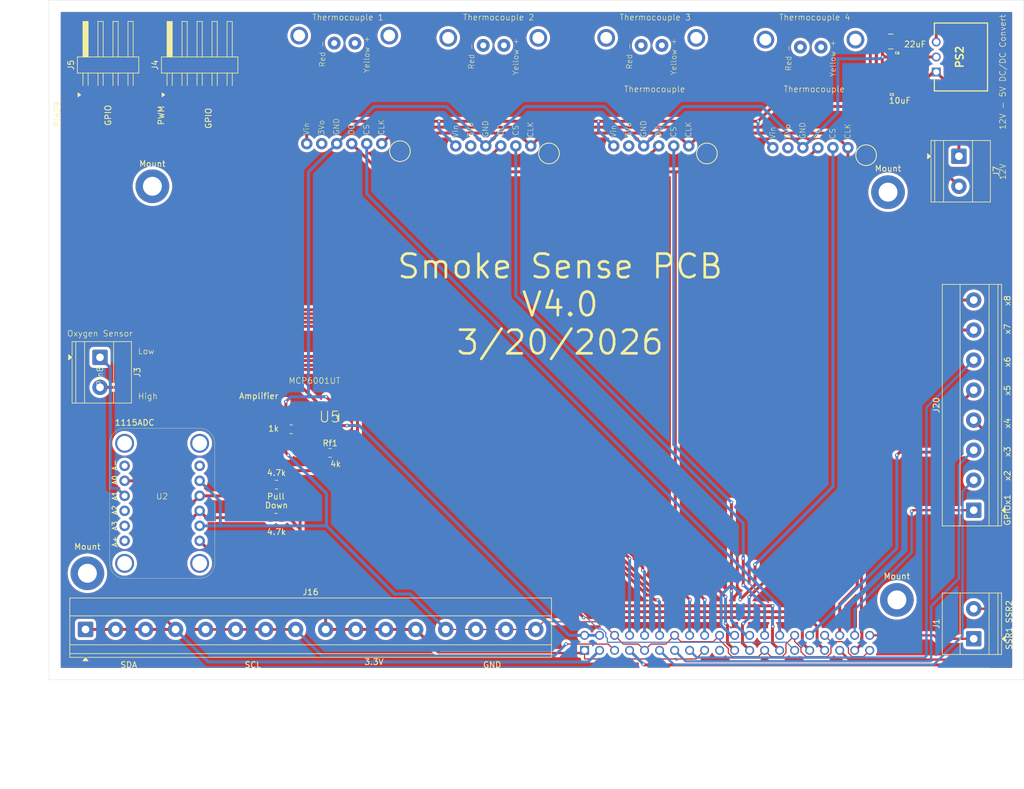
<source format=kicad_pcb>
(kicad_pcb
	(version 20241229)
	(generator "pcbnew")
	(generator_version "9.0")
	(general
		(thickness 1.6)
		(legacy_teardrops no)
	)
	(paper "User" 185 135)
	(title_block
		(title "Smoker PCB")
		(date "2026-03-10")
		(rev "V2.2")
		(company "Smoke Sense")
	)
	(layers
		(0 "F.Cu" signal)
		(2 "B.Cu" signal)
		(9 "F.Adhes" user "F.Adhesive")
		(11 "B.Adhes" user "B.Adhesive")
		(13 "F.Paste" user)
		(15 "B.Paste" user)
		(5 "F.SilkS" user "F.Silkscreen")
		(7 "B.SilkS" user "B.Silkscreen")
		(1 "F.Mask" user)
		(3 "B.Mask" user)
		(17 "Dwgs.User" user "User.Drawings")
		(19 "Cmts.User" user "User.Comments")
		(21 "Eco1.User" user "User.Eco1")
		(23 "Eco2.User" user "User.Eco2")
		(25 "Edge.Cuts" user)
		(27 "Margin" user)
		(31 "F.CrtYd" user "F.Courtyard")
		(29 "B.CrtYd" user "B.Courtyard")
		(35 "F.Fab" user)
		(33 "B.Fab" user)
		(39 "User.1" user)
		(41 "User.2" user)
		(43 "User.3" user)
		(45 "User.4" user)
	)
	(setup
		(pad_to_mask_clearance 0)
		(allow_soldermask_bridges_in_footprints no)
		(tenting front back)
		(pcbplotparams
			(layerselection 0x00000000_00000000_55555555_5755f5ff)
			(plot_on_all_layers_selection 0x00000000_00000000_00000000_00000000)
			(disableapertmacros no)
			(usegerberextensions no)
			(usegerberattributes yes)
			(usegerberadvancedattributes yes)
			(creategerberjobfile yes)
			(dashed_line_dash_ratio 12.000000)
			(dashed_line_gap_ratio 3.000000)
			(svgprecision 4)
			(plotframeref no)
			(mode 1)
			(useauxorigin no)
			(hpglpennumber 1)
			(hpglpenspeed 20)
			(hpglpendiameter 15.000000)
			(pdf_front_fp_property_popups yes)
			(pdf_back_fp_property_popups yes)
			(pdf_metadata yes)
			(pdf_single_document no)
			(dxfpolygonmode yes)
			(dxfimperialunits yes)
			(dxfusepcbnewfont yes)
			(psnegative no)
			(psa4output no)
			(plot_black_and_white yes)
			(sketchpadsonfab no)
			(plotpadnumbers no)
			(hidednponfab no)
			(sketchdnponfab yes)
			(crossoutdnponfab yes)
			(subtractmaskfromsilk no)
			(outputformat 1)
			(mirror no)
			(drillshape 1)
			(scaleselection 1)
			(outputdirectory "")
		)
	)
	(net 0 "")
	(net 1 "GND")
	(net 2 "/CS1")
	(net 3 "3V3")
	(net 4 "/CS2")
	(net 5 "/SCK")
	(net 6 "/SCL")
	(net 7 "/SDA")
	(net 8 "unconnected-(U2-ALERT-Pad6)")
	(net 9 "/CS3")
	(net 10 "/CS4")
	(net 11 "5V")
	(net 12 "/SO")
	(net 13 "Net-(J3-Pin_2)")
	(net 14 "unconnected-(U3-GPIO10{slash}SPI_MOSI-Pad19)")
	(net 15 "Net-(J7-Pin_1)")
	(net 16 "Net-(U2-A0)")
	(net 17 "Net-(U5-VIN-)")
	(net 18 "/Signal Low")
	(net 19 "Net-(J4-Pin_2)")
	(net 20 "Net-(J4-Pin_1)")
	(net 21 "Net-(J4-Pin_4)")
	(net 22 "Net-(J4-Pin_3)")
	(net 23 "Net-(J4-Pin_5)")
	(net 24 "Net-(J5-Pin_1)")
	(net 25 "Net-(J5-Pin_4)")
	(net 26 "Net-(J5-Pin_3)")
	(net 27 "Net-(J5-Pin_2)")
	(net 28 "Net-(IC1-VCC)")
	(net 29 "unconnected-(U2-ALERT-Pad6)_1")
	(net 30 "Net-(J20-Pin_7)")
	(net 31 "Net-(J20-Pin_2)")
	(net 32 "Net-(J20-Pin_5)")
	(net 33 "Net-(J20-Pin_8)")
	(net 34 "Net-(J20-Pin_4)")
	(net 35 "Net-(J20-Pin_6)")
	(net 36 "Net-(J20-Pin_3)")
	(net 37 "Net-(J1-Pin_2)")
	(net 38 "Net-(J1-Pin_1)")
	(net 39 "Net-(J20-Pin_1)")
	(footprint "CL32B226MOJNNNE:CAPC3225X270N" (layer "F.Cu") (at 152.46 17 180))
	(footprint "MountingHole:MountingHole_3.2mm_M3_ISO7380_Pad" (layer "F.Cu") (at 153.5 111.5))
	(footprint "Adafruit_MAX31855 v2:Max31855_Module" (layer "F.Cu") (at 70.617 41.945626))
	(footprint "TerminalBlock_Phoenix:TerminalBlock_Phoenix_MKDS-1,5-2-5.08_1x02_P5.08mm_Horizontal" (layer "F.Cu") (at 166.5 118.08 90))
	(footprint "Adafruit_MAX31855 v2:Max31855_Module" (layer "F.Cu") (at 124.290446 42.24066))
	(footprint "Connector_Harwin:Harwin_M20-89005xx_1x05_P2.54mm_Horizontal" (layer "F.Cu") (at 35.5 20.5 90))
	(footprint "Resistor_SMD:R_0805_2012Metric" (layer "F.Cu") (at 51 82.6284))
	(footprint "MountingHole:MountingHole_3.2mm_M3_ISO7380_Pad" (layer "F.Cu") (at 27.5 41.5))
	(footprint "MountingHole:MountingHole_3.2mm_M3_ISO7380_Pad" (layer "F.Cu") (at 152 42.5))
	(footprint "MountingHole:MountingHole_3.2mm_M3_ISO7380_Pad" (layer "F.Cu") (at 16.5 107))
	(footprint "TerminalBlock_Phoenix:TerminalBlock_Phoenix_MKDS-1,5-16-5.08_1x16_P5.08mm_Horizontal" (layer "F.Cu") (at 16.18 116.5))
	(footprint "N7803-1C:N78031C" (layer "F.Cu") (at 160.16 22.16 90))
	(footprint "MCP6001:SOT95P270X145-5N" (layer "F.Cu") (at 57.5 80.6284 -90))
	(footprint "Adafruit_MAX31855 v2:Max31855_Module" (layer "F.Cu") (at 45.394451 41.563451))
	(footprint "Resistor_SMD:R_0805_2012Metric" (layer "F.Cu") (at 48.4125 97.5875 180))
	(footprint "TerminalBlock_Phoenix:TerminalBlock_Phoenix_MKDS-1,5-2-5.08_1x02_P5.08mm_Horizontal" (layer "F.Cu") (at 18.6325 70.455 -90))
	(footprint "Custom:ADS1115" (layer "F.Cu") (at 29.133 94.487))
	(footprint "GRM21BR61H106KE43L:CAPC2012X145N" (layer "F.Cu") (at 152.16 24.66 180))
	(footprint "Resistor_SMD:R_0805_2012Metric" (layer "F.Cu") (at 57.5875 86.6284))
	(footprint "TerminalBlock_Phoenix:TerminalBlock_Phoenix_MKDS-1,5-2-5.08_1x02_P5.08mm_Horizontal" (layer "F.Cu") (at 164 36.42 -90))
	(footprint "Connector_Harwin:Harwin_M20-89004xx_1x04_P2.54mm_Horizontal" (layer "F.Cu") (at 20 20.5 90))
	(footprint "TerminalBlock_Phoenix:TerminalBlock_Phoenix_MKDS-1,5-8-5.08_1x08_P5.08mm_Horizontal" (layer "F.Cu") (at 166.5 96.32 90))
	(footprint "RASPBERRY_PI_4B_4GB:MODULE_RASPBERRY_PI_4B_4GB" (layer "F.Cu") (at 134.77 143.27))
	(footprint "Resistor_SMD:R_0805_2012Metric" (layer "F.Cu") (at 48.5 92 180))
	(footprint "Adafruit_MAX31855 v2:Max31855_Module"
		(layer "F.Cu")
		(uuid "f3b4c50d-b80f-43ae-b5a2-035de3ebb5dc")
		(at 97.351 41.945626)
		(property "Reference" "IC2"
			(at 0 -0.5 0)
			(unlocked yes)
			(layer "F.SilkS")
			(hide yes)
			(uuid "37ded45a-67b8-4a6e-8cf3-f2aae7a028ee")
			(effects
				(font
					(size 1 1)
					(thickness 0.1)
				)
			)
		)
		(property "Value" "MAX31855"
			(at 0 1 0)
			(unlocked yes)
			(layer "F.Fab")
			(hide yes)
			(uuid "8633316a-7313-438e-8e53-52d13599e0c7")
			(effects
				(font
					(size 1 1)
					(thickness 0.15)
				)
			)
		)
		(property "Datasheet" ""
			(at 0 0 0)
			(unlocked yes)
			(layer "F.Fab")
			(hide yes)
			(uuid "06edf2a1-5ead-4743-a744-20600104de00")
			(effects
				(font
					(size 1 1)
					(thickness 0.15)
				)
			)
		)
		(property "Description" ""
			(at 0 0 0)
			(unlocked yes)
			(layer "F.Fab")
			(hide yes)
			(uuid "f12e24e4-dedb-4d45-a22f-61614e63c741")
			(effects
				(font
					(size 1 1)
					(thickness 0.15)
				)
			)
		)
		(path "/8335a361-1a4e-4a8a-8cd5-ecf03aabff68")
		(sheetname "/")
		(sheetfile "Schematic V2.4.kicad_sch")
		(fp_circle
			(center 24 -6)
			(end 25.75 -6)
			(stro
... [580906 chars truncated]
</source>
